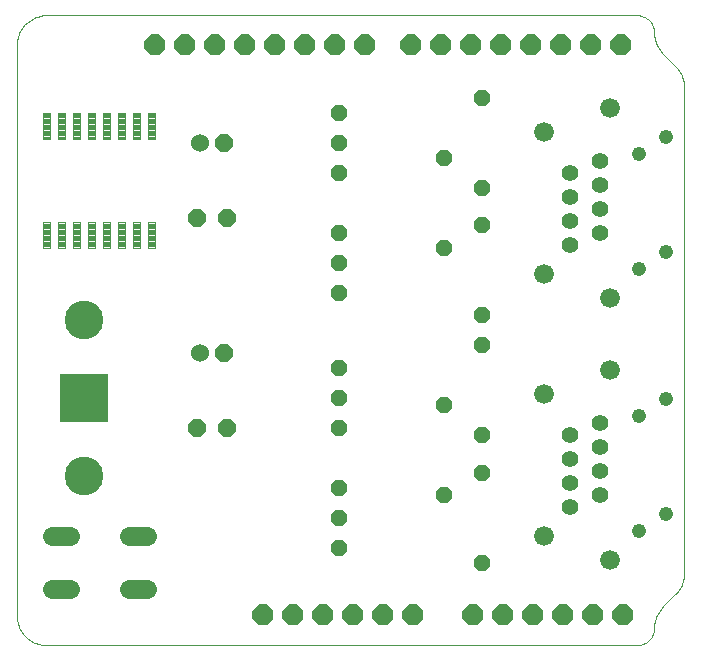
<source format=gts>
G75*
G70*
%OFA0B0*%
%FSLAX24Y24*%
%IPPOS*%
%LPD*%
%AMOC8*
5,1,8,0,0,1.08239X$1,22.5*
%
%ADD10OC8,0.0560*%
%ADD11R,0.1600X0.1600*%
%ADD12C,0.1290*%
%ADD13C,0.0041*%
%ADD14OC8,0.0700*%
%ADD15C,0.0000*%
%ADD16OC8,0.0600*%
%ADD17C,0.0555*%
%ADD18C,0.0476*%
%ADD19C,0.0660*%
%ADD20C,0.0600*%
%ADD21C,0.0640*%
D10*
X011687Y004187D03*
X011687Y005187D03*
X011687Y006187D03*
X011687Y008187D03*
X011687Y009187D03*
X011687Y010187D03*
X011687Y012687D03*
X011687Y013687D03*
X011687Y014687D03*
X011687Y016687D03*
X011687Y017687D03*
X011687Y018687D03*
X015187Y017187D03*
X016437Y016187D03*
X016437Y014937D03*
X015187Y014187D03*
X016437Y011937D03*
X016437Y010937D03*
X015187Y008937D03*
X016437Y007937D03*
X016437Y006687D03*
X015187Y005937D03*
X016437Y003687D03*
X016437Y019187D03*
D11*
X003187Y009187D03*
D12*
X003187Y006587D03*
X003187Y011787D03*
D13*
X003055Y015059D02*
X002819Y015059D01*
X003055Y015059D02*
X003055Y014193D01*
X002819Y014193D01*
X002819Y015059D01*
X002819Y014233D02*
X003055Y014233D01*
X003055Y014273D02*
X002819Y014273D01*
X002819Y014313D02*
X003055Y014313D01*
X003055Y014353D02*
X002819Y014353D01*
X002819Y014393D02*
X003055Y014393D01*
X003055Y014433D02*
X002819Y014433D01*
X002819Y014473D02*
X003055Y014473D01*
X003055Y014513D02*
X002819Y014513D01*
X002819Y014553D02*
X003055Y014553D01*
X003055Y014593D02*
X002819Y014593D01*
X002819Y014633D02*
X003055Y014633D01*
X003055Y014673D02*
X002819Y014673D01*
X002819Y014713D02*
X003055Y014713D01*
X003055Y014753D02*
X002819Y014753D01*
X002819Y014793D02*
X003055Y014793D01*
X003055Y014833D02*
X002819Y014833D01*
X002819Y014873D02*
X003055Y014873D01*
X003055Y014913D02*
X002819Y014913D01*
X002819Y014953D02*
X003055Y014953D01*
X003055Y014993D02*
X002819Y014993D01*
X002819Y015033D02*
X003055Y015033D01*
X003319Y015059D02*
X003555Y015059D01*
X003555Y014193D01*
X003319Y014193D01*
X003319Y015059D01*
X003319Y014233D02*
X003555Y014233D01*
X003555Y014273D02*
X003319Y014273D01*
X003319Y014313D02*
X003555Y014313D01*
X003555Y014353D02*
X003319Y014353D01*
X003319Y014393D02*
X003555Y014393D01*
X003555Y014433D02*
X003319Y014433D01*
X003319Y014473D02*
X003555Y014473D01*
X003555Y014513D02*
X003319Y014513D01*
X003319Y014553D02*
X003555Y014553D01*
X003555Y014593D02*
X003319Y014593D01*
X003319Y014633D02*
X003555Y014633D01*
X003555Y014673D02*
X003319Y014673D01*
X003319Y014713D02*
X003555Y014713D01*
X003555Y014753D02*
X003319Y014753D01*
X003319Y014793D02*
X003555Y014793D01*
X003555Y014833D02*
X003319Y014833D01*
X003319Y014873D02*
X003555Y014873D01*
X003555Y014913D02*
X003319Y014913D01*
X003319Y014953D02*
X003555Y014953D01*
X003555Y014993D02*
X003319Y014993D01*
X003319Y015033D02*
X003555Y015033D01*
X003819Y015059D02*
X004055Y015059D01*
X004055Y014193D01*
X003819Y014193D01*
X003819Y015059D01*
X003819Y014233D02*
X004055Y014233D01*
X004055Y014273D02*
X003819Y014273D01*
X003819Y014313D02*
X004055Y014313D01*
X004055Y014353D02*
X003819Y014353D01*
X003819Y014393D02*
X004055Y014393D01*
X004055Y014433D02*
X003819Y014433D01*
X003819Y014473D02*
X004055Y014473D01*
X004055Y014513D02*
X003819Y014513D01*
X003819Y014553D02*
X004055Y014553D01*
X004055Y014593D02*
X003819Y014593D01*
X003819Y014633D02*
X004055Y014633D01*
X004055Y014673D02*
X003819Y014673D01*
X003819Y014713D02*
X004055Y014713D01*
X004055Y014753D02*
X003819Y014753D01*
X003819Y014793D02*
X004055Y014793D01*
X004055Y014833D02*
X003819Y014833D01*
X003819Y014873D02*
X004055Y014873D01*
X004055Y014913D02*
X003819Y014913D01*
X003819Y014953D02*
X004055Y014953D01*
X004055Y014993D02*
X003819Y014993D01*
X003819Y015033D02*
X004055Y015033D01*
X004319Y015059D02*
X004555Y015059D01*
X004555Y014193D01*
X004319Y014193D01*
X004319Y015059D01*
X004319Y014233D02*
X004555Y014233D01*
X004555Y014273D02*
X004319Y014273D01*
X004319Y014313D02*
X004555Y014313D01*
X004555Y014353D02*
X004319Y014353D01*
X004319Y014393D02*
X004555Y014393D01*
X004555Y014433D02*
X004319Y014433D01*
X004319Y014473D02*
X004555Y014473D01*
X004555Y014513D02*
X004319Y014513D01*
X004319Y014553D02*
X004555Y014553D01*
X004555Y014593D02*
X004319Y014593D01*
X004319Y014633D02*
X004555Y014633D01*
X004555Y014673D02*
X004319Y014673D01*
X004319Y014713D02*
X004555Y014713D01*
X004555Y014753D02*
X004319Y014753D01*
X004319Y014793D02*
X004555Y014793D01*
X004555Y014833D02*
X004319Y014833D01*
X004319Y014873D02*
X004555Y014873D01*
X004555Y014913D02*
X004319Y014913D01*
X004319Y014953D02*
X004555Y014953D01*
X004555Y014993D02*
X004319Y014993D01*
X004319Y015033D02*
X004555Y015033D01*
X004819Y015059D02*
X005055Y015059D01*
X005055Y014193D01*
X004819Y014193D01*
X004819Y015059D01*
X004819Y014233D02*
X005055Y014233D01*
X005055Y014273D02*
X004819Y014273D01*
X004819Y014313D02*
X005055Y014313D01*
X005055Y014353D02*
X004819Y014353D01*
X004819Y014393D02*
X005055Y014393D01*
X005055Y014433D02*
X004819Y014433D01*
X004819Y014473D02*
X005055Y014473D01*
X005055Y014513D02*
X004819Y014513D01*
X004819Y014553D02*
X005055Y014553D01*
X005055Y014593D02*
X004819Y014593D01*
X004819Y014633D02*
X005055Y014633D01*
X005055Y014673D02*
X004819Y014673D01*
X004819Y014713D02*
X005055Y014713D01*
X005055Y014753D02*
X004819Y014753D01*
X004819Y014793D02*
X005055Y014793D01*
X005055Y014833D02*
X004819Y014833D01*
X004819Y014873D02*
X005055Y014873D01*
X005055Y014913D02*
X004819Y014913D01*
X004819Y014953D02*
X005055Y014953D01*
X005055Y014993D02*
X004819Y014993D01*
X004819Y015033D02*
X005055Y015033D01*
X005319Y015059D02*
X005555Y015059D01*
X005555Y014193D01*
X005319Y014193D01*
X005319Y015059D01*
X005319Y014233D02*
X005555Y014233D01*
X005555Y014273D02*
X005319Y014273D01*
X005319Y014313D02*
X005555Y014313D01*
X005555Y014353D02*
X005319Y014353D01*
X005319Y014393D02*
X005555Y014393D01*
X005555Y014433D02*
X005319Y014433D01*
X005319Y014473D02*
X005555Y014473D01*
X005555Y014513D02*
X005319Y014513D01*
X005319Y014553D02*
X005555Y014553D01*
X005555Y014593D02*
X005319Y014593D01*
X005319Y014633D02*
X005555Y014633D01*
X005555Y014673D02*
X005319Y014673D01*
X005319Y014713D02*
X005555Y014713D01*
X005555Y014753D02*
X005319Y014753D01*
X005319Y014793D02*
X005555Y014793D01*
X005555Y014833D02*
X005319Y014833D01*
X005319Y014873D02*
X005555Y014873D01*
X005555Y014913D02*
X005319Y014913D01*
X005319Y014953D02*
X005555Y014953D01*
X005555Y014993D02*
X005319Y014993D01*
X005319Y015033D02*
X005555Y015033D01*
X002555Y015059D02*
X002319Y015059D01*
X002555Y015059D02*
X002555Y014193D01*
X002319Y014193D01*
X002319Y015059D01*
X002319Y014233D02*
X002555Y014233D01*
X002555Y014273D02*
X002319Y014273D01*
X002319Y014313D02*
X002555Y014313D01*
X002555Y014353D02*
X002319Y014353D01*
X002319Y014393D02*
X002555Y014393D01*
X002555Y014433D02*
X002319Y014433D01*
X002319Y014473D02*
X002555Y014473D01*
X002555Y014513D02*
X002319Y014513D01*
X002319Y014553D02*
X002555Y014553D01*
X002555Y014593D02*
X002319Y014593D01*
X002319Y014633D02*
X002555Y014633D01*
X002555Y014673D02*
X002319Y014673D01*
X002319Y014713D02*
X002555Y014713D01*
X002555Y014753D02*
X002319Y014753D01*
X002319Y014793D02*
X002555Y014793D01*
X002555Y014833D02*
X002319Y014833D01*
X002319Y014873D02*
X002555Y014873D01*
X002555Y014913D02*
X002319Y014913D01*
X002319Y014953D02*
X002555Y014953D01*
X002555Y014993D02*
X002319Y014993D01*
X002319Y015033D02*
X002555Y015033D01*
X002055Y015059D02*
X001819Y015059D01*
X002055Y015059D02*
X002055Y014193D01*
X001819Y014193D01*
X001819Y015059D01*
X001819Y014233D02*
X002055Y014233D01*
X002055Y014273D02*
X001819Y014273D01*
X001819Y014313D02*
X002055Y014313D01*
X002055Y014353D02*
X001819Y014353D01*
X001819Y014393D02*
X002055Y014393D01*
X002055Y014433D02*
X001819Y014433D01*
X001819Y014473D02*
X002055Y014473D01*
X002055Y014513D02*
X001819Y014513D01*
X001819Y014553D02*
X002055Y014553D01*
X002055Y014593D02*
X001819Y014593D01*
X001819Y014633D02*
X002055Y014633D01*
X002055Y014673D02*
X001819Y014673D01*
X001819Y014713D02*
X002055Y014713D01*
X002055Y014753D02*
X001819Y014753D01*
X001819Y014793D02*
X002055Y014793D01*
X002055Y014833D02*
X001819Y014833D01*
X001819Y014873D02*
X002055Y014873D01*
X002055Y014913D02*
X001819Y014913D01*
X001819Y014953D02*
X002055Y014953D01*
X002055Y014993D02*
X001819Y014993D01*
X001819Y015033D02*
X002055Y015033D01*
X002055Y018681D02*
X001819Y018681D01*
X002055Y018681D02*
X002055Y017815D01*
X001819Y017815D01*
X001819Y018681D01*
X001819Y017855D02*
X002055Y017855D01*
X002055Y017895D02*
X001819Y017895D01*
X001819Y017935D02*
X002055Y017935D01*
X002055Y017975D02*
X001819Y017975D01*
X001819Y018015D02*
X002055Y018015D01*
X002055Y018055D02*
X001819Y018055D01*
X001819Y018095D02*
X002055Y018095D01*
X002055Y018135D02*
X001819Y018135D01*
X001819Y018175D02*
X002055Y018175D01*
X002055Y018215D02*
X001819Y018215D01*
X001819Y018255D02*
X002055Y018255D01*
X002055Y018295D02*
X001819Y018295D01*
X001819Y018335D02*
X002055Y018335D01*
X002055Y018375D02*
X001819Y018375D01*
X001819Y018415D02*
X002055Y018415D01*
X002055Y018455D02*
X001819Y018455D01*
X001819Y018495D02*
X002055Y018495D01*
X002055Y018535D02*
X001819Y018535D01*
X001819Y018575D02*
X002055Y018575D01*
X002055Y018615D02*
X001819Y018615D01*
X001819Y018655D02*
X002055Y018655D01*
X002319Y018681D02*
X002555Y018681D01*
X002555Y017815D01*
X002319Y017815D01*
X002319Y018681D01*
X002319Y017855D02*
X002555Y017855D01*
X002555Y017895D02*
X002319Y017895D01*
X002319Y017935D02*
X002555Y017935D01*
X002555Y017975D02*
X002319Y017975D01*
X002319Y018015D02*
X002555Y018015D01*
X002555Y018055D02*
X002319Y018055D01*
X002319Y018095D02*
X002555Y018095D01*
X002555Y018135D02*
X002319Y018135D01*
X002319Y018175D02*
X002555Y018175D01*
X002555Y018215D02*
X002319Y018215D01*
X002319Y018255D02*
X002555Y018255D01*
X002555Y018295D02*
X002319Y018295D01*
X002319Y018335D02*
X002555Y018335D01*
X002555Y018375D02*
X002319Y018375D01*
X002319Y018415D02*
X002555Y018415D01*
X002555Y018455D02*
X002319Y018455D01*
X002319Y018495D02*
X002555Y018495D01*
X002555Y018535D02*
X002319Y018535D01*
X002319Y018575D02*
X002555Y018575D01*
X002555Y018615D02*
X002319Y018615D01*
X002319Y018655D02*
X002555Y018655D01*
X002819Y018681D02*
X003055Y018681D01*
X003055Y017815D01*
X002819Y017815D01*
X002819Y018681D01*
X002819Y017855D02*
X003055Y017855D01*
X003055Y017895D02*
X002819Y017895D01*
X002819Y017935D02*
X003055Y017935D01*
X003055Y017975D02*
X002819Y017975D01*
X002819Y018015D02*
X003055Y018015D01*
X003055Y018055D02*
X002819Y018055D01*
X002819Y018095D02*
X003055Y018095D01*
X003055Y018135D02*
X002819Y018135D01*
X002819Y018175D02*
X003055Y018175D01*
X003055Y018215D02*
X002819Y018215D01*
X002819Y018255D02*
X003055Y018255D01*
X003055Y018295D02*
X002819Y018295D01*
X002819Y018335D02*
X003055Y018335D01*
X003055Y018375D02*
X002819Y018375D01*
X002819Y018415D02*
X003055Y018415D01*
X003055Y018455D02*
X002819Y018455D01*
X002819Y018495D02*
X003055Y018495D01*
X003055Y018535D02*
X002819Y018535D01*
X002819Y018575D02*
X003055Y018575D01*
X003055Y018615D02*
X002819Y018615D01*
X002819Y018655D02*
X003055Y018655D01*
X003319Y018681D02*
X003555Y018681D01*
X003555Y017815D01*
X003319Y017815D01*
X003319Y018681D01*
X003319Y017855D02*
X003555Y017855D01*
X003555Y017895D02*
X003319Y017895D01*
X003319Y017935D02*
X003555Y017935D01*
X003555Y017975D02*
X003319Y017975D01*
X003319Y018015D02*
X003555Y018015D01*
X003555Y018055D02*
X003319Y018055D01*
X003319Y018095D02*
X003555Y018095D01*
X003555Y018135D02*
X003319Y018135D01*
X003319Y018175D02*
X003555Y018175D01*
X003555Y018215D02*
X003319Y018215D01*
X003319Y018255D02*
X003555Y018255D01*
X003555Y018295D02*
X003319Y018295D01*
X003319Y018335D02*
X003555Y018335D01*
X003555Y018375D02*
X003319Y018375D01*
X003319Y018415D02*
X003555Y018415D01*
X003555Y018455D02*
X003319Y018455D01*
X003319Y018495D02*
X003555Y018495D01*
X003555Y018535D02*
X003319Y018535D01*
X003319Y018575D02*
X003555Y018575D01*
X003555Y018615D02*
X003319Y018615D01*
X003319Y018655D02*
X003555Y018655D01*
X003819Y018681D02*
X004055Y018681D01*
X004055Y017815D01*
X003819Y017815D01*
X003819Y018681D01*
X003819Y017855D02*
X004055Y017855D01*
X004055Y017895D02*
X003819Y017895D01*
X003819Y017935D02*
X004055Y017935D01*
X004055Y017975D02*
X003819Y017975D01*
X003819Y018015D02*
X004055Y018015D01*
X004055Y018055D02*
X003819Y018055D01*
X003819Y018095D02*
X004055Y018095D01*
X004055Y018135D02*
X003819Y018135D01*
X003819Y018175D02*
X004055Y018175D01*
X004055Y018215D02*
X003819Y018215D01*
X003819Y018255D02*
X004055Y018255D01*
X004055Y018295D02*
X003819Y018295D01*
X003819Y018335D02*
X004055Y018335D01*
X004055Y018375D02*
X003819Y018375D01*
X003819Y018415D02*
X004055Y018415D01*
X004055Y018455D02*
X003819Y018455D01*
X003819Y018495D02*
X004055Y018495D01*
X004055Y018535D02*
X003819Y018535D01*
X003819Y018575D02*
X004055Y018575D01*
X004055Y018615D02*
X003819Y018615D01*
X003819Y018655D02*
X004055Y018655D01*
X004319Y018681D02*
X004555Y018681D01*
X004555Y017815D01*
X004319Y017815D01*
X004319Y018681D01*
X004319Y017855D02*
X004555Y017855D01*
X004555Y017895D02*
X004319Y017895D01*
X004319Y017935D02*
X004555Y017935D01*
X004555Y017975D02*
X004319Y017975D01*
X004319Y018015D02*
X004555Y018015D01*
X004555Y018055D02*
X004319Y018055D01*
X004319Y018095D02*
X004555Y018095D01*
X004555Y018135D02*
X004319Y018135D01*
X004319Y018175D02*
X004555Y018175D01*
X004555Y018215D02*
X004319Y018215D01*
X004319Y018255D02*
X004555Y018255D01*
X004555Y018295D02*
X004319Y018295D01*
X004319Y018335D02*
X004555Y018335D01*
X004555Y018375D02*
X004319Y018375D01*
X004319Y018415D02*
X004555Y018415D01*
X004555Y018455D02*
X004319Y018455D01*
X004319Y018495D02*
X004555Y018495D01*
X004555Y018535D02*
X004319Y018535D01*
X004319Y018575D02*
X004555Y018575D01*
X004555Y018615D02*
X004319Y018615D01*
X004319Y018655D02*
X004555Y018655D01*
X004819Y018681D02*
X005055Y018681D01*
X005055Y017815D01*
X004819Y017815D01*
X004819Y018681D01*
X004819Y017855D02*
X005055Y017855D01*
X005055Y017895D02*
X004819Y017895D01*
X004819Y017935D02*
X005055Y017935D01*
X005055Y017975D02*
X004819Y017975D01*
X004819Y018015D02*
X005055Y018015D01*
X005055Y018055D02*
X004819Y018055D01*
X004819Y018095D02*
X005055Y018095D01*
X005055Y018135D02*
X004819Y018135D01*
X004819Y018175D02*
X005055Y018175D01*
X005055Y018215D02*
X004819Y018215D01*
X004819Y018255D02*
X005055Y018255D01*
X005055Y018295D02*
X004819Y018295D01*
X004819Y018335D02*
X005055Y018335D01*
X005055Y018375D02*
X004819Y018375D01*
X004819Y018415D02*
X005055Y018415D01*
X005055Y018455D02*
X004819Y018455D01*
X004819Y018495D02*
X005055Y018495D01*
X005055Y018535D02*
X004819Y018535D01*
X004819Y018575D02*
X005055Y018575D01*
X005055Y018615D02*
X004819Y018615D01*
X004819Y018655D02*
X005055Y018655D01*
X005319Y018681D02*
X005555Y018681D01*
X005555Y017815D01*
X005319Y017815D01*
X005319Y018681D01*
X005319Y017855D02*
X005555Y017855D01*
X005555Y017895D02*
X005319Y017895D01*
X005319Y017935D02*
X005555Y017935D01*
X005555Y017975D02*
X005319Y017975D01*
X005319Y018015D02*
X005555Y018015D01*
X005555Y018055D02*
X005319Y018055D01*
X005319Y018095D02*
X005555Y018095D01*
X005555Y018135D02*
X005319Y018135D01*
X005319Y018175D02*
X005555Y018175D01*
X005555Y018215D02*
X005319Y018215D01*
X005319Y018255D02*
X005555Y018255D01*
X005555Y018295D02*
X005319Y018295D01*
X005319Y018335D02*
X005555Y018335D01*
X005555Y018375D02*
X005319Y018375D01*
X005319Y018415D02*
X005555Y018415D01*
X005555Y018455D02*
X005319Y018455D01*
X005319Y018495D02*
X005555Y018495D01*
X005555Y018535D02*
X005319Y018535D01*
X005319Y018575D02*
X005555Y018575D01*
X005555Y018615D02*
X005319Y018615D01*
X005319Y018655D02*
X005555Y018655D01*
D14*
X005537Y020937D03*
X006537Y020937D03*
X007537Y020937D03*
X008537Y020937D03*
X009537Y020937D03*
X010537Y020937D03*
X011537Y020937D03*
X012537Y020937D03*
X014087Y020937D03*
X015087Y020937D03*
X016087Y020937D03*
X017087Y020937D03*
X018087Y020937D03*
X019087Y020937D03*
X020087Y020937D03*
X021087Y020937D03*
X021137Y001937D03*
X020137Y001937D03*
X019137Y001937D03*
X018137Y001937D03*
X017137Y001937D03*
X016137Y001937D03*
X014137Y001937D03*
X013137Y001937D03*
X012137Y001937D03*
X011137Y001937D03*
X010137Y001937D03*
X009137Y001937D03*
D15*
X001937Y000937D02*
X021602Y000937D01*
X021648Y000939D01*
X021694Y000944D01*
X021739Y000953D01*
X021783Y000966D01*
X021826Y000982D01*
X021868Y001001D01*
X021908Y001023D01*
X021946Y001049D01*
X021983Y001077D01*
X022016Y001109D01*
X022048Y001142D01*
X022076Y001179D01*
X022102Y001217D01*
X022124Y001257D01*
X022143Y001299D01*
X022159Y001342D01*
X022172Y001386D01*
X022181Y001431D01*
X022186Y001477D01*
X022188Y001523D01*
X022480Y002230D02*
X022894Y002644D01*
X023187Y003352D02*
X023187Y003687D01*
X023187Y019523D01*
X022894Y020230D02*
X022480Y020644D01*
X022480Y020645D02*
X022438Y020689D01*
X022400Y020735D01*
X022364Y020784D01*
X022331Y020835D01*
X022302Y020887D01*
X022275Y020942D01*
X022252Y020997D01*
X022232Y021055D01*
X022216Y021113D01*
X022203Y021172D01*
X022194Y021231D01*
X022189Y021292D01*
X022187Y021352D01*
X022188Y021352D02*
X022186Y021398D01*
X022181Y021444D01*
X022172Y021489D01*
X022159Y021533D01*
X022143Y021576D01*
X022124Y021618D01*
X022102Y021658D01*
X022076Y021696D01*
X022048Y021733D01*
X022016Y021766D01*
X021983Y021798D01*
X021946Y021826D01*
X021908Y021852D01*
X021868Y021874D01*
X021826Y021893D01*
X021783Y021909D01*
X021739Y021922D01*
X021694Y021931D01*
X021648Y021936D01*
X021602Y021938D01*
X021602Y021937D02*
X001937Y021937D01*
X001877Y021935D01*
X001816Y021930D01*
X001757Y021921D01*
X001698Y021908D01*
X001639Y021892D01*
X001582Y021872D01*
X001527Y021849D01*
X001472Y021822D01*
X001420Y021793D01*
X001369Y021760D01*
X001320Y021724D01*
X001274Y021686D01*
X001230Y021644D01*
X001188Y021600D01*
X001150Y021554D01*
X001114Y021505D01*
X001081Y021454D01*
X001052Y021402D01*
X001025Y021347D01*
X001002Y021292D01*
X000982Y021235D01*
X000966Y021176D01*
X000953Y021117D01*
X000944Y021058D01*
X000939Y020997D01*
X000937Y020937D01*
X000937Y001937D01*
X000939Y001877D01*
X000944Y001816D01*
X000953Y001757D01*
X000966Y001698D01*
X000982Y001639D01*
X001002Y001582D01*
X001025Y001527D01*
X001052Y001472D01*
X001081Y001420D01*
X001114Y001369D01*
X001150Y001320D01*
X001188Y001274D01*
X001230Y001230D01*
X001274Y001188D01*
X001320Y001150D01*
X001369Y001114D01*
X001420Y001081D01*
X001472Y001052D01*
X001527Y001025D01*
X001582Y001002D01*
X001639Y000982D01*
X001698Y000966D01*
X001757Y000953D01*
X001816Y000944D01*
X001877Y000939D01*
X001937Y000937D01*
X022894Y002645D02*
X022936Y002689D01*
X022974Y002735D01*
X023010Y002784D01*
X023043Y002835D01*
X023072Y002887D01*
X023099Y002942D01*
X023122Y002997D01*
X023142Y003055D01*
X023158Y003113D01*
X023171Y003172D01*
X023180Y003231D01*
X023185Y003292D01*
X023187Y003352D01*
X023187Y003437D02*
X023187Y003687D01*
X022480Y002230D02*
X022438Y002186D01*
X022400Y002140D01*
X022364Y002091D01*
X022331Y002040D01*
X022302Y001988D01*
X022275Y001933D01*
X022252Y001878D01*
X022232Y001820D01*
X022216Y001762D01*
X022203Y001703D01*
X022194Y001644D01*
X022189Y001583D01*
X022187Y001523D01*
X023187Y019523D02*
X023185Y019583D01*
X023180Y019644D01*
X023171Y019703D01*
X023158Y019762D01*
X023142Y019820D01*
X023122Y019878D01*
X023099Y019933D01*
X023072Y019988D01*
X023043Y020040D01*
X023010Y020091D01*
X022974Y020140D01*
X022936Y020186D01*
X022894Y020230D01*
D16*
X007837Y017687D03*
X007937Y015187D03*
X006937Y015187D03*
X007837Y010687D03*
X007937Y008187D03*
X006937Y008187D03*
D17*
X019392Y007937D03*
X019392Y007137D03*
X019392Y006337D03*
X019392Y005537D03*
X020392Y005937D03*
X020392Y006737D03*
X020392Y007537D03*
X020392Y008337D03*
X019392Y014287D03*
X019392Y015087D03*
X019392Y015887D03*
X019392Y016687D03*
X020392Y016287D03*
X020392Y015487D03*
X020392Y014687D03*
X020392Y017087D03*
D18*
X021691Y017317D03*
X022597Y017884D03*
X022597Y014057D03*
X021691Y013490D03*
X022597Y009134D03*
X021691Y008567D03*
X022597Y005307D03*
X021691Y004740D03*
D19*
X020727Y003770D03*
X018522Y004575D03*
X018522Y009300D03*
X020727Y010105D03*
X020727Y012520D03*
X018522Y013325D03*
X018522Y018050D03*
X020727Y018855D03*
D20*
X007037Y017687D03*
X007037Y010687D03*
D21*
X005267Y004577D02*
X004667Y004577D01*
X004667Y002797D02*
X005267Y002797D01*
X002707Y002797D02*
X002107Y002797D01*
X002107Y004577D02*
X002707Y004577D01*
M02*

</source>
